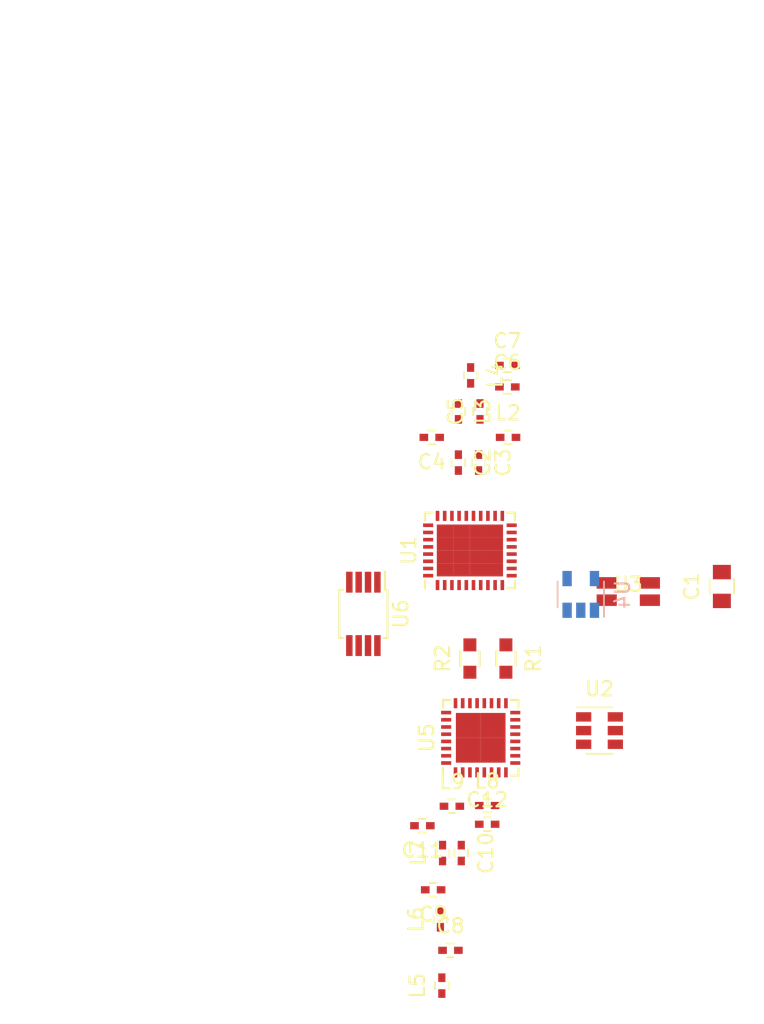
<source format=kicad_pcb>
(kicad_pcb (version 4) (host pcbnew 4.0.5-e0-6337~52~ubuntu16.10.1)

  (general
    (links 66)
    (no_connects 66)
    (area 112.150001 44.8 165.675 115.447619)
    (thickness 1.6)
    (drawings 2)
    (tracks 0)
    (zones 0)
    (modules 28)
    (nets 90)
  )

  (page A4)
  (layers
    (0 F.Cu signal)
    (31 B.Cu signal)
    (32 B.Adhes user)
    (33 F.Adhes user)
    (34 B.Paste user)
    (35 F.Paste user)
    (36 B.SilkS user)
    (37 F.SilkS user)
    (38 B.Mask user)
    (39 F.Mask user)
    (40 Dwgs.User user)
    (41 Cmts.User user)
    (42 Eco1.User user)
    (43 Eco2.User user)
    (44 Edge.Cuts user)
    (45 Margin user)
    (46 B.CrtYd user)
    (47 F.CrtYd user)
    (48 B.Fab user)
    (49 F.Fab user)
  )

  (setup
    (last_trace_width 0.25)
    (trace_clearance 0.2)
    (zone_clearance 0.508)
    (zone_45_only no)
    (trace_min 0.2)
    (segment_width 0.2)
    (edge_width 0.15)
    (via_size 0.6)
    (via_drill 0.4)
    (via_min_size 0.4)
    (via_min_drill 0.3)
    (uvia_size 0.3)
    (uvia_drill 0.1)
    (uvias_allowed no)
    (uvia_min_size 0.2)
    (uvia_min_drill 0.1)
    (pcb_text_width 0.3)
    (pcb_text_size 1.5 1.5)
    (mod_edge_width 0.15)
    (mod_text_size 1 1)
    (mod_text_width 0.15)
    (pad_size 1.524 1.524)
    (pad_drill 0.762)
    (pad_to_mask_clearance 0.2)
    (aux_axis_origin 0 0)
    (visible_elements FFFFFF7F)
    (pcbplotparams
      (layerselection 0x00030_80000001)
      (usegerberextensions false)
      (excludeedgelayer true)
      (linewidth 0.100000)
      (plotframeref false)
      (viasonmask false)
      (mode 1)
      (useauxorigin false)
      (hpglpennumber 1)
      (hpglpenspeed 20)
      (hpglpendiameter 15)
      (hpglpenoverlay 2)
      (psnegative false)
      (psa4output false)
      (plotreference true)
      (plotvalue true)
      (plotinvisibletext false)
      (padsonsilk false)
      (subtractmaskfromsilk false)
      (outputformat 1)
      (mirror false)
      (drillshape 1)
      (scaleselection 1)
      (outputdirectory ""))
  )

  (net 0 "")
  (net 1 "Net-(D1-Pad1)")
  (net 2 GNDD)
  (net 3 vbat)
  (net 4 "Net-(U1-Pad1)")
  (net 5 "Net-(U1-Pad2)")
  (net 6 "Net-(U1-Pad3)")
  (net 7 "Net-(U1-Pad4)")
  (net 8 "Net-(U1-Pad5)")
  (net 9 UARTTX)
  (net 10 UARTRX)
  (net 11 "Net-(U1-Pad9)")
  (net 12 USBDP)
  (net 13 USBDM)
  (net 14 "Net-(U1-Pad12)")
  (net 15 "Net-(U1-Pad13)")
  (net 16 "Net-(U1-Pad14)")
  (net 17 "Net-(U1-Pad17)")
  (net 18 "Net-(U1-Pad18)")
  (net 19 "Net-(U1-Pad19)")
  (net 20 "Net-(U1-Pad20)")
  (net 21 "Net-(U1-Pad21)")
  (net 22 "Net-(U1-Pad22)")
  (net 23 "Net-(U1-Pad25)")
  (net 24 "Net-(U1-Pad26)")
  (net 25 "Net-(U1-Pad27)")
  (net 26 "Net-(U1-Pad28)")
  (net 27 "Net-(U1-Pad29)")
  (net 28 "Net-(U1-Pad30)")
  (net 29 "Net-(U1-Pad31)")
  (net 30 MISO)
  (net 31 MOSI)
  (net 32 SCK)
  (net 33 MEMCS)
  (net 34 "Net-(U1-Pad36)")
  (net 35 "Net-(U1-Pad37)")
  (net 36 "Net-(U2-Pad1)")
  (net 37 "Net-(U2-Pad2)")
  (net 38 "Net-(U2-Pad3)")
  (net 39 "Net-(U2-Pad4)")
  (net 40 "Net-(L1-Pad2)")
  (net 41 "Net-(U2-Pad5)")
  (net 42 "Net-(P1-Pad3)")
  (net 43 "Net-(P1-Pad2)")
  (net 44 "Net-(U4-Pad1)")
  (net 45 "Net-(U5-Pad4)")
  (net 46 "Net-(U5-Pad5)")
  (net 47 "Net-(U5-Pad6)")
  (net 48 "Net-(U5-Pad7)")
  (net 49 "Net-(U5-Pad8)")
  (net 50 "Net-(U5-Pad9)")
  (net 51 "Net-(U5-Pad10)")
  (net 52 "Net-(U5-Pad11)")
  (net 53 "Net-(U5-Pad12)")
  (net 54 "Net-(U5-Pad13)")
  (net 55 "Net-(U5-Pad14)")
  (net 56 "Net-(U5-Pad15)")
  (net 57 "Net-(U5-Pad16)")
  (net 58 "Net-(U5-Pad17)")
  (net 59 "Net-(U5-Pad18)")
  (net 60 "Net-(U5-Pad19)")
  (net 61 "Net-(U5-Pad20)")
  (net 62 "Net-(U5-Pad21)")
  (net 63 "Net-(U5-Pad22)")
  (net 64 "Net-(U5-Pad23)")
  (net 65 "Net-(U5-Pad24)")
  (net 66 "Net-(U5-Pad25)")
  (net 67 "Net-(U5-Pad26)")
  (net 68 "Net-(U5-Pad27)")
  (net 69 "Net-(U5-Pad28)")
  (net 70 "Net-(U5-Pad29)")
  (net 71 "Net-(U5-Pad30)")
  (net 72 "Net-(U5-Pad31)")
  (net 73 "Net-(U5-Pad32)")
  (net 74 "Net-(U5-Pad33)")
  (net 75 +3V3)
  (net 76 "Net-(C2-Pad1)")
  (net 77 "Net-(C2-Pad2)")
  (net 78 "Net-(C3-Pad1)")
  (net 79 "Net-(C3-Pad2)")
  (net 80 "Net-(C5-Pad2)")
  (net 81 "Net-(AE1-Pad1)")
  (net 82 "Net-(C8-Pad1)")
  (net 83 "Net-(C10-Pad2)")
  (net 84 "Net-(C10-Pad1)")
  (net 85 "Net-(C11-Pad1)")
  (net 86 "Net-(C12-Pad1)")
  (net 87 "Net-(AE2-Pad1)")
  (net 88 DBG_DATA)
  (net 89 DBG_CLK)

  (net_class Default "This is the default net class."
    (clearance 0.2)
    (trace_width 0.25)
    (via_dia 0.6)
    (via_drill 0.4)
    (uvia_dia 0.3)
    (uvia_drill 0.1)
    (add_net +3V3)
    (add_net DBG_CLK)
    (add_net DBG_DATA)
    (add_net GNDD)
    (add_net MEMCS)
    (add_net MISO)
    (add_net MOSI)
    (add_net "Net-(AE1-Pad1)")
    (add_net "Net-(AE2-Pad1)")
    (add_net "Net-(C10-Pad1)")
    (add_net "Net-(C10-Pad2)")
    (add_net "Net-(C11-Pad1)")
    (add_net "Net-(C12-Pad1)")
    (add_net "Net-(C2-Pad1)")
    (add_net "Net-(C2-Pad2)")
    (add_net "Net-(C3-Pad1)")
    (add_net "Net-(C3-Pad2)")
    (add_net "Net-(C5-Pad2)")
    (add_net "Net-(C8-Pad1)")
    (add_net "Net-(D1-Pad1)")
    (add_net "Net-(L1-Pad2)")
    (add_net "Net-(P1-Pad2)")
    (add_net "Net-(P1-Pad3)")
    (add_net "Net-(U1-Pad1)")
    (add_net "Net-(U1-Pad12)")
    (add_net "Net-(U1-Pad13)")
    (add_net "Net-(U1-Pad14)")
    (add_net "Net-(U1-Pad17)")
    (add_net "Net-(U1-Pad18)")
    (add_net "Net-(U1-Pad19)")
    (add_net "Net-(U1-Pad2)")
    (add_net "Net-(U1-Pad20)")
    (add_net "Net-(U1-Pad21)")
    (add_net "Net-(U1-Pad22)")
    (add_net "Net-(U1-Pad25)")
    (add_net "Net-(U1-Pad26)")
    (add_net "Net-(U1-Pad27)")
    (add_net "Net-(U1-Pad28)")
    (add_net "Net-(U1-Pad29)")
    (add_net "Net-(U1-Pad3)")
    (add_net "Net-(U1-Pad30)")
    (add_net "Net-(U1-Pad31)")
    (add_net "Net-(U1-Pad36)")
    (add_net "Net-(U1-Pad37)")
    (add_net "Net-(U1-Pad4)")
    (add_net "Net-(U1-Pad5)")
    (add_net "Net-(U1-Pad9)")
    (add_net "Net-(U2-Pad1)")
    (add_net "Net-(U2-Pad2)")
    (add_net "Net-(U2-Pad3)")
    (add_net "Net-(U2-Pad4)")
    (add_net "Net-(U2-Pad5)")
    (add_net "Net-(U4-Pad1)")
    (add_net "Net-(U5-Pad10)")
    (add_net "Net-(U5-Pad11)")
    (add_net "Net-(U5-Pad12)")
    (add_net "Net-(U5-Pad13)")
    (add_net "Net-(U5-Pad14)")
    (add_net "Net-(U5-Pad15)")
    (add_net "Net-(U5-Pad16)")
    (add_net "Net-(U5-Pad17)")
    (add_net "Net-(U5-Pad18)")
    (add_net "Net-(U5-Pad19)")
    (add_net "Net-(U5-Pad20)")
    (add_net "Net-(U5-Pad21)")
    (add_net "Net-(U5-Pad22)")
    (add_net "Net-(U5-Pad23)")
    (add_net "Net-(U5-Pad24)")
    (add_net "Net-(U5-Pad25)")
    (add_net "Net-(U5-Pad26)")
    (add_net "Net-(U5-Pad27)")
    (add_net "Net-(U5-Pad28)")
    (add_net "Net-(U5-Pad29)")
    (add_net "Net-(U5-Pad30)")
    (add_net "Net-(U5-Pad31)")
    (add_net "Net-(U5-Pad32)")
    (add_net "Net-(U5-Pad33)")
    (add_net "Net-(U5-Pad4)")
    (add_net "Net-(U5-Pad5)")
    (add_net "Net-(U5-Pad6)")
    (add_net "Net-(U5-Pad7)")
    (add_net "Net-(U5-Pad8)")
    (add_net "Net-(U5-Pad9)")
    (add_net SCK)
    (add_net UARTRX)
    (add_net UARTTX)
    (add_net USBDM)
    (add_net USBDP)
    (add_net vbat)
  )

  (module Resistors_SMD_Addons:R_0603_HandSolder (layer F.Cu) (tedit 583AC727) (tstamp 587BB327)
    (at 147.5 90 270)
    (descr "Resistor SMD 0603, reflow soldering, Vishay (see dcrcw.pdf)")
    (tags "resistor 0603 hand solder")
    (path /587B8C63)
    (attr smd)
    (fp_text reference R1 (at 0 -1.9 270) (layer F.SilkS)
      (effects (font (size 1 1) (thickness 0.15)))
    )
    (fp_text value R (at 0 1.9 270) (layer F.Fab)
      (effects (font (size 1 1) (thickness 0.15)))
    )
    (fp_line (start -0.8 0.4) (end -0.8 -0.4) (layer F.Fab) (width 0.1))
    (fp_line (start 0.8 0.4) (end -0.8 0.4) (layer F.Fab) (width 0.1))
    (fp_line (start 0.8 -0.4) (end 0.8 0.4) (layer F.Fab) (width 0.1))
    (fp_line (start -0.8 -0.4) (end 0.8 -0.4) (layer F.Fab) (width 0.1))
    (fp_line (start -1.3 -0.8) (end 1.3 -0.8) (layer F.CrtYd) (width 0.05))
    (fp_line (start -1.3 0.8) (end 1.3 0.8) (layer F.CrtYd) (width 0.05))
    (fp_line (start -1.3 -0.8) (end -1.3 0.8) (layer F.CrtYd) (width 0.05))
    (fp_line (start 1.3 -0.8) (end 1.3 0.8) (layer F.CrtYd) (width 0.05))
    (fp_line (start 0.5 0.675) (end -0.5 0.675) (layer F.SilkS) (width 0.15))
    (fp_line (start -0.5 -0.675) (end 0.5 -0.675) (layer F.SilkS) (width 0.15))
    (pad 1 smd rect (at -0.95 0 270) (size 0.9 0.9) (layers F.Cu F.Paste F.Mask)
      (net 1 "Net-(D1-Pad1)"))
    (pad 2 smd rect (at 0.95 0 270) (size 0.9 0.9) (layers F.Cu F.Paste F.Mask)
      (net 2 GNDD))
    (model Resistors_SMD.3dshapes/R_0603.wrl
      (at (xyz 0 0 0))
      (scale (xyz 1 1 1))
      (rotate (xyz 0 0 0))
    )
  )

  (module Resistors_SMD_Addons:R_0603_HandSolder (layer F.Cu) (tedit 583AC727) (tstamp 587BB32D)
    (at 145 90 90)
    (descr "Resistor SMD 0603, reflow soldering, Vishay (see dcrcw.pdf)")
    (tags "resistor 0603 hand solder")
    (path /587B8BB8)
    (attr smd)
    (fp_text reference R2 (at 0 -1.9 90) (layer F.SilkS)
      (effects (font (size 1 1) (thickness 0.15)))
    )
    (fp_text value R (at 0 1.9 90) (layer F.Fab)
      (effects (font (size 1 1) (thickness 0.15)))
    )
    (fp_line (start -0.8 0.4) (end -0.8 -0.4) (layer F.Fab) (width 0.1))
    (fp_line (start 0.8 0.4) (end -0.8 0.4) (layer F.Fab) (width 0.1))
    (fp_line (start 0.8 -0.4) (end 0.8 0.4) (layer F.Fab) (width 0.1))
    (fp_line (start -0.8 -0.4) (end 0.8 -0.4) (layer F.Fab) (width 0.1))
    (fp_line (start -1.3 -0.8) (end 1.3 -0.8) (layer F.CrtYd) (width 0.05))
    (fp_line (start -1.3 0.8) (end 1.3 0.8) (layer F.CrtYd) (width 0.05))
    (fp_line (start -1.3 -0.8) (end -1.3 0.8) (layer F.CrtYd) (width 0.05))
    (fp_line (start 1.3 -0.8) (end 1.3 0.8) (layer F.CrtYd) (width 0.05))
    (fp_line (start 0.5 0.675) (end -0.5 0.675) (layer F.SilkS) (width 0.15))
    (fp_line (start -0.5 -0.675) (end 0.5 -0.675) (layer F.SilkS) (width 0.15))
    (pad 1 smd rect (at -0.95 0 90) (size 0.9 0.9) (layers F.Cu F.Paste F.Mask)
      (net 3 vbat))
    (pad 2 smd rect (at 0.95 0 90) (size 0.9 0.9) (layers F.Cu F.Paste F.Mask)
      (net 1 "Net-(D1-Pad1)"))
    (model Resistors_SMD.3dshapes/R_0603.wrl
      (at (xyz 0 0 0))
      (scale (xyz 1 1 1))
      (rotate (xyz 0 0 0))
    )
  )

  (module Housings_DFN_QFN:QFN-36-1EP_5x6mm_Pitch0.5mm (layer F.Cu) (tedit 54130A77) (tstamp 587BB365)
    (at 145 82.5 90)
    (descr "UHE Package; 36-Lead Plastic QFN (5mm x 6mm); (see Linear Technology (UHE36) QFN 05-08-1876 Rev Ø.pdf)")
    (tags "QFN 0.5")
    (path /587D06F0)
    (attr smd)
    (fp_text reference U1 (at 0 -4.25 90) (layer F.SilkS)
      (effects (font (size 1 1) (thickness 0.15)))
    )
    (fp_text value CC2511F32 (at 0 4.25 90) (layer F.Fab)
      (effects (font (size 1 1) (thickness 0.15)))
    )
    (fp_line (start -1.5 -3) (end 2.5 -3) (layer F.Fab) (width 0.15))
    (fp_line (start 2.5 -3) (end 2.5 3) (layer F.Fab) (width 0.15))
    (fp_line (start 2.5 3) (end -2.5 3) (layer F.Fab) (width 0.15))
    (fp_line (start -2.5 3) (end -2.5 -2) (layer F.Fab) (width 0.15))
    (fp_line (start -2.5 -2) (end -1.5 -3) (layer F.Fab) (width 0.15))
    (fp_line (start -3 -3.5) (end -3 3.5) (layer F.CrtYd) (width 0.05))
    (fp_line (start 3 -3.5) (end 3 3.5) (layer F.CrtYd) (width 0.05))
    (fp_line (start -3 -3.5) (end 3 -3.5) (layer F.CrtYd) (width 0.05))
    (fp_line (start -3 3.5) (end 3 3.5) (layer F.CrtYd) (width 0.05))
    (fp_line (start 2.625 -3.125) (end 2.625 -2.6) (layer F.SilkS) (width 0.15))
    (fp_line (start -2.625 3.125) (end -2.625 2.6) (layer F.SilkS) (width 0.15))
    (fp_line (start 2.625 3.125) (end 2.625 2.6) (layer F.SilkS) (width 0.15))
    (fp_line (start -2.625 -3.125) (end -2.1 -3.125) (layer F.SilkS) (width 0.15))
    (fp_line (start -2.625 3.125) (end -2.1 3.125) (layer F.SilkS) (width 0.15))
    (fp_line (start 2.625 3.125) (end 2.1 3.125) (layer F.SilkS) (width 0.15))
    (fp_line (start 2.625 -3.125) (end 2.1 -3.125) (layer F.SilkS) (width 0.15))
    (pad 1 smd rect (at -2.4 -2.25 90) (size 0.7 0.25) (layers F.Cu F.Paste F.Mask)
      (net 4 "Net-(U1-Pad1)"))
    (pad 2 smd rect (at -2.4 -1.75 90) (size 0.7 0.25) (layers F.Cu F.Paste F.Mask)
      (net 5 "Net-(U1-Pad2)"))
    (pad 3 smd rect (at -2.4 -1.25 90) (size 0.7 0.25) (layers F.Cu F.Paste F.Mask)
      (net 6 "Net-(U1-Pad3)"))
    (pad 4 smd rect (at -2.4 -0.75 90) (size 0.7 0.25) (layers F.Cu F.Paste F.Mask)
      (net 7 "Net-(U1-Pad4)"))
    (pad 5 smd rect (at -2.4 -0.25 90) (size 0.7 0.25) (layers F.Cu F.Paste F.Mask)
      (net 8 "Net-(U1-Pad5)"))
    (pad 6 smd rect (at -2.4 0.25 90) (size 0.7 0.25) (layers F.Cu F.Paste F.Mask)
      (net 1 "Net-(D1-Pad1)"))
    (pad 7 smd rect (at -2.4 0.75 90) (size 0.7 0.25) (layers F.Cu F.Paste F.Mask)
      (net 9 UARTTX))
    (pad 8 smd rect (at -2.4 1.25 90) (size 0.7 0.25) (layers F.Cu F.Paste F.Mask)
      (net 10 UARTRX))
    (pad 9 smd rect (at -2.4 1.75 90) (size 0.7 0.25) (layers F.Cu F.Paste F.Mask)
      (net 11 "Net-(U1-Pad9)"))
    (pad 10 smd rect (at -2.4 2.25 90) (size 0.7 0.25) (layers F.Cu F.Paste F.Mask)
      (net 12 USBDP))
    (pad 11 smd rect (at -1.75 2.9 180) (size 0.7 0.25) (layers F.Cu F.Paste F.Mask)
      (net 13 USBDM))
    (pad 12 smd rect (at -1.25 2.9 180) (size 0.7 0.25) (layers F.Cu F.Paste F.Mask)
      (net 14 "Net-(U1-Pad12)"))
    (pad 13 smd rect (at -0.75 2.9 180) (size 0.7 0.25) (layers F.Cu F.Paste F.Mask)
      (net 15 "Net-(U1-Pad13)"))
    (pad 14 smd rect (at -0.25 2.9 180) (size 0.7 0.25) (layers F.Cu F.Paste F.Mask)
      (net 16 "Net-(U1-Pad14)"))
    (pad 15 smd rect (at 0.25 2.9 180) (size 0.7 0.25) (layers F.Cu F.Paste F.Mask)
      (net 88 DBG_DATA))
    (pad 16 smd rect (at 0.75 2.9 180) (size 0.7 0.25) (layers F.Cu F.Paste F.Mask)
      (net 89 DBG_CLK))
    (pad 17 smd rect (at 1.25 2.9 180) (size 0.7 0.25) (layers F.Cu F.Paste F.Mask)
      (net 17 "Net-(U1-Pad17)"))
    (pad 18 smd rect (at 1.75 2.9 180) (size 0.7 0.25) (layers F.Cu F.Paste F.Mask)
      (net 18 "Net-(U1-Pad18)"))
    (pad 19 smd rect (at 2.4 2.25 90) (size 0.7 0.25) (layers F.Cu F.Paste F.Mask)
      (net 19 "Net-(U1-Pad19)"))
    (pad 20 smd rect (at 2.4 1.75 90) (size 0.7 0.25) (layers F.Cu F.Paste F.Mask)
      (net 20 "Net-(U1-Pad20)"))
    (pad 21 smd rect (at 2.4 1.25 90) (size 0.7 0.25) (layers F.Cu F.Paste F.Mask)
      (net 21 "Net-(U1-Pad21)"))
    (pad 22 smd rect (at 2.4 0.75 90) (size 0.7 0.25) (layers F.Cu F.Paste F.Mask)
      (net 22 "Net-(U1-Pad22)"))
    (pad 23 smd rect (at 2.4 0.25 90) (size 0.7 0.25) (layers F.Cu F.Paste F.Mask)
      (net 79 "Net-(C3-Pad2)"))
    (pad 24 smd rect (at 2.4 -0.25 90) (size 0.7 0.25) (layers F.Cu F.Paste F.Mask)
      (net 77 "Net-(C2-Pad2)"))
    (pad 25 smd rect (at 2.4 -0.75 90) (size 0.7 0.25) (layers F.Cu F.Paste F.Mask)
      (net 23 "Net-(U1-Pad25)"))
    (pad 26 smd rect (at 2.4 -1.25 90) (size 0.7 0.25) (layers F.Cu F.Paste F.Mask)
      (net 24 "Net-(U1-Pad26)"))
    (pad 27 smd rect (at 2.4 -1.75 90) (size 0.7 0.25) (layers F.Cu F.Paste F.Mask)
      (net 25 "Net-(U1-Pad27)"))
    (pad 28 smd rect (at 2.4 -2.25 90) (size 0.7 0.25) (layers F.Cu F.Paste F.Mask)
      (net 26 "Net-(U1-Pad28)"))
    (pad 29 smd rect (at 1.75 -2.9 180) (size 0.7 0.25) (layers F.Cu F.Paste F.Mask)
      (net 27 "Net-(U1-Pad29)"))
    (pad 30 smd rect (at 1.25 -2.9 180) (size 0.7 0.25) (layers F.Cu F.Paste F.Mask)
      (net 28 "Net-(U1-Pad30)"))
    (pad 31 smd rect (at 0.75 -2.9 180) (size 0.7 0.25) (layers F.Cu F.Paste F.Mask)
      (net 29 "Net-(U1-Pad31)"))
    (pad 32 smd rect (at 0.25 -2.9 180) (size 0.7 0.25) (layers F.Cu F.Paste F.Mask)
      (net 30 MISO))
    (pad 33 smd rect (at -0.25 -2.9 180) (size 0.7 0.25) (layers F.Cu F.Paste F.Mask)
      (net 31 MOSI))
    (pad 34 smd rect (at -0.75 -2.9 180) (size 0.7 0.25) (layers F.Cu F.Paste F.Mask)
      (net 32 SCK))
    (pad 35 smd rect (at -1.25 -2.9 180) (size 0.7 0.25) (layers F.Cu F.Paste F.Mask)
      (net 33 MEMCS))
    (pad 36 smd rect (at -1.75 -2.9 180) (size 0.7 0.25) (layers F.Cu F.Paste F.Mask)
      (net 34 "Net-(U1-Pad36)"))
    (pad 37 smd rect (at 1.35 1.725 90) (size 0.9 1.15) (layers F.Cu F.Paste F.Mask)
      (net 35 "Net-(U1-Pad37)") (solder_paste_margin_ratio -0.2))
    (pad 37 smd rect (at 1.35 0.575 90) (size 0.9 1.15) (layers F.Cu F.Paste F.Mask)
      (net 35 "Net-(U1-Pad37)") (solder_paste_margin_ratio -0.2))
    (pad 37 smd rect (at 1.35 -0.575 90) (size 0.9 1.15) (layers F.Cu F.Paste F.Mask)
      (net 35 "Net-(U1-Pad37)") (solder_paste_margin_ratio -0.2))
    (pad 37 smd rect (at 1.35 -1.725 90) (size 0.9 1.15) (layers F.Cu F.Paste F.Mask)
      (net 35 "Net-(U1-Pad37)") (solder_paste_margin_ratio -0.2))
    (pad 37 smd rect (at 0.45 1.725 90) (size 0.9 1.15) (layers F.Cu F.Paste F.Mask)
      (net 35 "Net-(U1-Pad37)") (solder_paste_margin_ratio -0.2))
    (pad 37 smd rect (at 0.45 0.575 90) (size 0.9 1.15) (layers F.Cu F.Paste F.Mask)
      (net 35 "Net-(U1-Pad37)") (solder_paste_margin_ratio -0.2))
    (pad 37 smd rect (at 0.45 -0.575 90) (size 0.9 1.15) (layers F.Cu F.Paste F.Mask)
      (net 35 "Net-(U1-Pad37)") (solder_paste_margin_ratio -0.2))
    (pad 37 smd rect (at 0.45 -1.725 90) (size 0.9 1.15) (layers F.Cu F.Paste F.Mask)
      (net 35 "Net-(U1-Pad37)") (solder_paste_margin_ratio -0.2))
    (pad 37 smd rect (at -0.45 1.725 90) (size 0.9 1.15) (layers F.Cu F.Paste F.Mask)
      (net 35 "Net-(U1-Pad37)") (solder_paste_margin_ratio -0.2))
    (pad 37 smd rect (at -0.45 0.575 90) (size 0.9 1.15) (layers F.Cu F.Paste F.Mask)
      (net 35 "Net-(U1-Pad37)") (solder_paste_margin_ratio -0.2))
    (pad 37 smd rect (at -0.45 -0.575 90) (size 0.9 1.15) (layers F.Cu F.Paste F.Mask)
      (net 35 "Net-(U1-Pad37)") (solder_paste_margin_ratio -0.2))
    (pad 37 smd rect (at -0.45 -1.725 90) (size 0.9 1.15) (layers F.Cu F.Paste F.Mask)
      (net 35 "Net-(U1-Pad37)") (solder_paste_margin_ratio -0.2))
    (pad 37 smd rect (at -1.35 1.725 90) (size 0.9 1.15) (layers F.Cu F.Paste F.Mask)
      (net 35 "Net-(U1-Pad37)") (solder_paste_margin_ratio -0.2))
    (pad 37 smd rect (at -1.35 0.575 90) (size 0.9 1.15) (layers F.Cu F.Paste F.Mask)
      (net 35 "Net-(U1-Pad37)") (solder_paste_margin_ratio -0.2))
    (pad 37 smd rect (at -1.35 -0.575 90) (size 0.9 1.15) (layers F.Cu F.Paste F.Mask)
      (net 35 "Net-(U1-Pad37)") (solder_paste_margin_ratio -0.2))
    (pad 37 smd rect (at -1.35 -1.725 90) (size 0.9 1.15) (layers F.Cu F.Paste F.Mask)
      (net 35 "Net-(U1-Pad37)") (solder_paste_margin_ratio -0.2))
    (model Housings_DFN_QFN.3dshapes/QFN-36-1EP_5x6mm_Pitch0.5mm.wrl
      (at (xyz 0 0 0))
      (scale (xyz 1 1 1))
      (rotate (xyz 0 0 0))
    )
  )

  (module TO_SOT_Packages_SMD:SOT-23-6 (layer F.Cu) (tedit 583F3A97) (tstamp 587BB36F)
    (at 154 95)
    (descr "6-pin SOT-23 package")
    (tags SOT-23-6)
    (path /587D090F)
    (attr smd)
    (fp_text reference U2 (at 0 -2.9) (layer F.SilkS)
      (effects (font (size 1 1) (thickness 0.15)))
    )
    (fp_text value BQ21040 (at 0 2.9) (layer F.Fab)
      (effects (font (size 1 1) (thickness 0.15)))
    )
    (fp_line (start -0.9 1.61) (end 0.9 1.61) (layer F.SilkS) (width 0.12))
    (fp_line (start 0.9 -1.61) (end -1.55 -1.61) (layer F.SilkS) (width 0.12))
    (fp_line (start 1.9 -1.8) (end -1.9 -1.8) (layer F.CrtYd) (width 0.05))
    (fp_line (start 1.9 1.8) (end 1.9 -1.8) (layer F.CrtYd) (width 0.05))
    (fp_line (start -1.9 1.8) (end 1.9 1.8) (layer F.CrtYd) (width 0.05))
    (fp_line (start -1.9 -1.8) (end -1.9 1.8) (layer F.CrtYd) (width 0.05))
    (fp_line (start 0.9 -1.55) (end -0.9 -1.55) (layer F.Fab) (width 0.15))
    (fp_line (start -0.9 -1.55) (end -0.9 1.55) (layer F.Fab) (width 0.15))
    (fp_line (start 0.9 1.55) (end -0.9 1.55) (layer F.Fab) (width 0.15))
    (fp_line (start 0.9 -1.55) (end 0.9 1.55) (layer F.Fab) (width 0.15))
    (pad 1 smd rect (at -1.1 -0.95) (size 1.06 0.65) (layers F.Cu F.Paste F.Mask)
      (net 36 "Net-(U2-Pad1)"))
    (pad 2 smd rect (at -1.1 0) (size 1.06 0.65) (layers F.Cu F.Paste F.Mask)
      (net 37 "Net-(U2-Pad2)"))
    (pad 3 smd rect (at -1.1 0.95) (size 1.06 0.65) (layers F.Cu F.Paste F.Mask)
      (net 38 "Net-(U2-Pad3)"))
    (pad 4 smd rect (at 1.1 0.95) (size 1.06 0.65) (layers F.Cu F.Paste F.Mask)
      (net 39 "Net-(U2-Pad4)"))
    (pad 6 smd rect (at 1.1 -0.95) (size 1.06 0.65) (layers F.Cu F.Paste F.Mask)
      (net 40 "Net-(L1-Pad2)"))
    (pad 5 smd rect (at 1.1 0) (size 1.06 0.65) (layers F.Cu F.Paste F.Mask)
      (net 41 "Net-(U2-Pad5)"))
    (model TO_SOT_Packages_SMD.3dshapes/SOT-23-6.wrl
      (at (xyz 0 0 0))
      (scale (xyz 1 1 1))
      (rotate (xyz 0 0 0))
    )
  )

  (module SMD-CMC-Wuerth:CMC-SMD-Wuerth (layer F.Cu) (tedit 56D44C6B) (tstamp 587BB377)
    (at 156 85.35 180)
    (path /587D0B18)
    (fp_text reference U3 (at 0 0.5 180) (layer F.SilkS)
      (effects (font (size 1 1) (thickness 0.15)))
    )
    (fp_text value USB-CMC-Wuerth (at 0 -0.5 180) (layer F.Fab)
      (effects (font (size 1 1) (thickness 0.15)))
    )
    (pad 2 smd rect (at 1.5 0.6 180) (size 1.4 0.8) (layers F.Cu F.Paste F.Mask)
      (net 13 USBDM))
    (pad 4 smd rect (at -1.5 -0.6 180) (size 1.4 0.8) (layers F.Cu F.Paste F.Mask)
      (net 42 "Net-(P1-Pad3)"))
    (pad 3 smd rect (at 1.5 -0.6 180) (size 1.4 0.8) (layers F.Cu F.Paste F.Mask)
      (net 12 USBDP))
    (pad 1 smd rect (at -1.5 0.6 180) (size 1.4 0.8) (layers F.Cu F.Paste F.Mask)
      (net 43 "Net-(P1-Pad2)"))
  )

  (module TO_SOT_Packages_SMD:SOT-23-5 (layer B.Cu) (tedit 583F3A3F) (tstamp 587BB380)
    (at 152.7 85.55 90)
    (descr "5-pin SOT23 package")
    (tags SOT-23-5)
    (path /587D0D89)
    (attr smd)
    (fp_text reference U4 (at 0 2.9 90) (layer B.SilkS)
      (effects (font (size 1 1) (thickness 0.15)) (justify mirror))
    )
    (fp_text value TVS-ARRAY-SOT5 (at 0 -2.9 90) (layer B.Fab)
      (effects (font (size 1 1) (thickness 0.15)) (justify mirror))
    )
    (fp_line (start -0.9 -1.61) (end 0.9 -1.61) (layer B.SilkS) (width 0.12))
    (fp_line (start 0.9 1.61) (end -1.55 1.61) (layer B.SilkS) (width 0.12))
    (fp_line (start -1.9 1.8) (end 1.9 1.8) (layer B.CrtYd) (width 0.05))
    (fp_line (start 1.9 1.8) (end 1.9 -1.8) (layer B.CrtYd) (width 0.05))
    (fp_line (start 1.9 -1.8) (end -1.9 -1.8) (layer B.CrtYd) (width 0.05))
    (fp_line (start -1.9 -1.8) (end -1.9 1.8) (layer B.CrtYd) (width 0.05))
    (fp_line (start 0.9 1.55) (end -0.9 1.55) (layer B.Fab) (width 0.15))
    (fp_line (start -0.9 1.55) (end -0.9 -1.55) (layer B.Fab) (width 0.15))
    (fp_line (start 0.9 -1.55) (end -0.9 -1.55) (layer B.Fab) (width 0.15))
    (fp_line (start 0.9 1.55) (end 0.9 -1.55) (layer B.Fab) (width 0.15))
    (pad 1 smd rect (at -1.1 0.95 90) (size 1.06 0.65) (layers B.Cu B.Paste B.Mask)
      (net 44 "Net-(U4-Pad1)"))
    (pad 2 smd rect (at -1.1 0 90) (size 1.06 0.65) (layers B.Cu B.Paste B.Mask)
      (net 2 GNDD))
    (pad 3 smd rect (at -1.1 -0.95 90) (size 1.06 0.65) (layers B.Cu B.Paste B.Mask)
      (net 12 USBDP))
    (pad 4 smd rect (at 1.1 -0.95 90) (size 1.06 0.65) (layers B.Cu B.Paste B.Mask)
      (net 13 USBDM))
    (pad 5 smd rect (at 1.1 0.95 90) (size 1.06 0.65) (layers B.Cu B.Paste B.Mask)
      (net 40 "Net-(L1-Pad2)"))
    (model TO_SOT_Packages_SMD.3dshapes/SOT-23-5.wrl
      (at (xyz 0 0 0))
      (scale (xyz 1 1 1))
      (rotate (xyz 0 0 0))
    )
  )

  (module Housings_DFN_QFN:QFN-32-1EP_5x5mm_Pitch0.5mm (layer F.Cu) (tedit 54130A77) (tstamp 587BB3A8)
    (at 145.75 95.5 90)
    (descr "UH Package; 32-Lead Plastic QFN (5mm x 5mm); (see Linear Technology QFN_32_05-08-1693.pdf)")
    (tags "QFN 0.5")
    (path /587D0814)
    (attr smd)
    (fp_text reference U5 (at 0 -3.75 90) (layer F.SilkS)
      (effects (font (size 1 1) (thickness 0.15)))
    )
    (fp_text value CC2640_32PIN (at 0 3.75 90) (layer F.Fab)
      (effects (font (size 1 1) (thickness 0.15)))
    )
    (fp_line (start -1.5 -2.5) (end 2.5 -2.5) (layer F.Fab) (width 0.15))
    (fp_line (start 2.5 -2.5) (end 2.5 2.5) (layer F.Fab) (width 0.15))
    (fp_line (start 2.5 2.5) (end -2.5 2.5) (layer F.Fab) (width 0.15))
    (fp_line (start -2.5 2.5) (end -2.5 -1.5) (layer F.Fab) (width 0.15))
    (fp_line (start -2.5 -1.5) (end -1.5 -2.5) (layer F.Fab) (width 0.15))
    (fp_line (start -3 -3) (end -3 3) (layer F.CrtYd) (width 0.05))
    (fp_line (start 3 -3) (end 3 3) (layer F.CrtYd) (width 0.05))
    (fp_line (start -3 -3) (end 3 -3) (layer F.CrtYd) (width 0.05))
    (fp_line (start -3 3) (end 3 3) (layer F.CrtYd) (width 0.05))
    (fp_line (start 2.625 -2.625) (end 2.625 -2.1) (layer F.SilkS) (width 0.15))
    (fp_line (start -2.625 2.625) (end -2.625 2.1) (layer F.SilkS) (width 0.15))
    (fp_line (start 2.625 2.625) (end 2.625 2.1) (layer F.SilkS) (width 0.15))
    (fp_line (start -2.625 -2.625) (end -2.1 -2.625) (layer F.SilkS) (width 0.15))
    (fp_line (start -2.625 2.625) (end -2.1 2.625) (layer F.SilkS) (width 0.15))
    (fp_line (start 2.625 2.625) (end 2.1 2.625) (layer F.SilkS) (width 0.15))
    (fp_line (start 2.625 -2.625) (end 2.1 -2.625) (layer F.SilkS) (width 0.15))
    (pad 1 smd rect (at -2.4 -1.75 90) (size 0.7 0.25) (layers F.Cu F.Paste F.Mask)
      (net 85 "Net-(C11-Pad1)"))
    (pad 2 smd rect (at -2.4 -1.25 90) (size 0.7 0.25) (layers F.Cu F.Paste F.Mask)
      (net 84 "Net-(C10-Pad1)"))
    (pad 3 smd rect (at -2.4 -0.75 90) (size 0.7 0.25) (layers F.Cu F.Paste F.Mask)
      (net 86 "Net-(C12-Pad1)"))
    (pad 4 smd rect (at -2.4 -0.25 90) (size 0.7 0.25) (layers F.Cu F.Paste F.Mask)
      (net 45 "Net-(U5-Pad4)"))
    (pad 5 smd rect (at -2.4 0.25 90) (size 0.7 0.25) (layers F.Cu F.Paste F.Mask)
      (net 46 "Net-(U5-Pad5)"))
    (pad 6 smd rect (at -2.4 0.75 90) (size 0.7 0.25) (layers F.Cu F.Paste F.Mask)
      (net 47 "Net-(U5-Pad6)"))
    (pad 7 smd rect (at -2.4 1.25 90) (size 0.7 0.25) (layers F.Cu F.Paste F.Mask)
      (net 48 "Net-(U5-Pad7)"))
    (pad 8 smd rect (at -2.4 1.75 90) (size 0.7 0.25) (layers F.Cu F.Paste F.Mask)
      (net 49 "Net-(U5-Pad8)"))
    (pad 9 smd rect (at -1.75 2.4 180) (size 0.7 0.25) (layers F.Cu F.Paste F.Mask)
      (net 50 "Net-(U5-Pad9)"))
    (pad 10 smd rect (at -1.25 2.4 180) (size 0.7 0.25) (layers F.Cu F.Paste F.Mask)
      (net 51 "Net-(U5-Pad10)"))
    (pad 11 smd rect (at -0.75 2.4 180) (size 0.7 0.25) (layers F.Cu F.Paste F.Mask)
      (net 52 "Net-(U5-Pad11)"))
    (pad 12 smd rect (at -0.25 2.4 180) (size 0.7 0.25) (layers F.Cu F.Paste F.Mask)
      (net 53 "Net-(U5-Pad12)"))
    (pad 13 smd rect (at 0.25 2.4 180) (size 0.7 0.25) (layers F.Cu F.Paste F.Mask)
      (net 54 "Net-(U5-Pad13)"))
    (pad 14 smd rect (at 0.75 2.4 180) (size 0.7 0.25) (layers F.Cu F.Paste F.Mask)
      (net 55 "Net-(U5-Pad14)"))
    (pad 15 smd rect (at 1.25 2.4 180) (size 0.7 0.25) (layers F.Cu F.Paste F.Mask)
      (net 56 "Net-(U5-Pad15)"))
    (pad 16 smd rect (at 1.75 2.4 180) (size 0.7 0.25) (layers F.Cu F.Paste F.Mask)
      (net 57 "Net-(U5-Pad16)"))
    (pad 17 smd rect (at 2.4 1.75 90) (size 0.7 0.25) (layers F.Cu F.Paste F.Mask)
      (net 58 "Net-(U5-Pad17)"))
    (pad 18 smd rect (at 2.4 1.25 90) (size 0.7 0.25) (layers F.Cu F.Paste F.Mask)
      (net 59 "Net-(U5-Pad18)"))
    (pad 19 smd rect (at 2.4 0.75 90) (size 0.7 0.25) (layers F.Cu F.Paste F.Mask)
      (net 60 "Net-(U5-Pad19)"))
    (pad 20 smd rect (at 2.4 0.25 90) (size 0.7 0.25) (layers F.Cu F.Paste F.Mask)
      (net 61 "Net-(U5-Pad20)"))
    (pad 21 smd rect (at 2.4 -0.25 90) (size 0.7 0.25) (layers F.Cu F.Paste F.Mask)
      (net 62 "Net-(U5-Pad21)"))
    (pad 22 smd rect (at 2.4 -0.75 90) (size 0.7 0.25) (layers F.Cu F.Paste F.Mask)
      (net 63 "Net-(U5-Pad22)"))
    (pad 23 smd rect (at 2.4 -1.25 90) (size 0.7 0.25) (layers F.Cu F.Paste F.Mask)
      (net 64 "Net-(U5-Pad23)"))
    (pad 24 smd rect (at 2.4 -1.75 90) (size 0.7 0.25) (layers F.Cu F.Paste F.Mask)
      (net 65 "Net-(U5-Pad24)"))
    (pad 25 smd rect (at 1.75 -2.4 180) (size 0.7 0.25) (layers F.Cu F.Paste F.Mask)
      (net 66 "Net-(U5-Pad25)"))
    (pad 26 smd rect (at 1.25 -2.4 180) (size 0.7 0.25) (layers F.Cu F.Paste F.Mask)
      (net 67 "Net-(U5-Pad26)"))
    (pad 27 smd rect (at 0.75 -2.4 180) (size 0.7 0.25) (layers F.Cu F.Paste F.Mask)
      (net 68 "Net-(U5-Pad27)"))
    (pad 28 smd rect (at 0.25 -2.4 180) (size 0.7 0.25) (layers F.Cu F.Paste F.Mask)
      (net 69 "Net-(U5-Pad28)"))
    (pad 29 smd rect (at -0.25 -2.4 180) (size 0.7 0.25) (layers F.Cu F.Paste F.Mask)
      (net 70 "Net-(U5-Pad29)"))
    (pad 30 smd rect (at -0.75 -2.4 180) (size 0.7 0.25) (layers F.Cu F.Paste F.Mask)
      (net 71 "Net-(U5-Pad30)"))
    (pad 31 smd rect (at -1.25 -2.4 180) (size 0.7 0.25) (layers F.Cu F.Paste F.Mask)
      (net 72 "Net-(U5-Pad31)"))
    (pad 32 smd rect (at -1.75 -2.4 180) (size 0.7 0.25) (layers F.Cu F.Paste F.Mask)
      (net 73 "Net-(U5-Pad32)"))
    (pad 33 smd rect (at 0.8625 0.8625 90) (size 1.725 1.725) (layers F.Cu F.Paste F.Mask)
      (net 74 "Net-(U5-Pad33)") (solder_paste_margin_ratio -0.2))
    (pad 33 smd rect (at 0.8625 -0.8625 90) (size 1.725 1.725) (layers F.Cu F.Paste F.Mask)
      (net 74 "Net-(U5-Pad33)") (solder_paste_margin_ratio -0.2))
    (pad 33 smd rect (at -0.8625 0.8625 90) (size 1.725 1.725) (layers F.Cu F.Paste F.Mask)
      (net 74 "Net-(U5-Pad33)") (solder_paste_margin_ratio -0.2))
    (pad 33 smd rect (at -0.8625 -0.8625 90) (size 1.725 1.725) (layers F.Cu F.Paste F.Mask)
      (net 74 "Net-(U5-Pad33)") (solder_paste_margin_ratio -0.2))
    (model Housings_DFN_QFN.3dshapes/QFN-32-1EP_5x5mm_Pitch0.5mm.wrl
      (at (xyz 0 0 0))
      (scale (xyz 1 1 1))
      (rotate (xyz 0 0 0))
    )
  )

  (module Housings_SSOP:MSOP-8_3x3mm_Pitch0.65mm (layer F.Cu) (tedit 54130A77) (tstamp 587BB3B4)
    (at 137.6 86.9 270)
    (descr "8-Lead Plastic Micro Small Outline Package (MS) [MSOP] (see Microchip Packaging Specification 00000049BS.pdf)")
    (tags "SSOP 0.65")
    (path /587B83DA)
    (attr smd)
    (fp_text reference U6 (at 0 -2.6 270) (layer F.SilkS)
      (effects (font (size 1 1) (thickness 0.15)))
    )
    (fp_text value MB85RS16N (at 0 2.6 270) (layer F.Fab)
      (effects (font (size 1 1) (thickness 0.15)))
    )
    (fp_line (start -0.5 -1.5) (end 1.5 -1.5) (layer F.Fab) (width 0.15))
    (fp_line (start 1.5 -1.5) (end 1.5 1.5) (layer F.Fab) (width 0.15))
    (fp_line (start 1.5 1.5) (end -1.5 1.5) (layer F.Fab) (width 0.15))
    (fp_line (start -1.5 1.5) (end -1.5 -0.5) (layer F.Fab) (width 0.15))
    (fp_line (start -1.5 -0.5) (end -0.5 -1.5) (layer F.Fab) (width 0.15))
    (fp_line (start -3.2 -1.85) (end -3.2 1.85) (layer F.CrtYd) (width 0.05))
    (fp_line (start 3.2 -1.85) (end 3.2 1.85) (layer F.CrtYd) (width 0.05))
    (fp_line (start -3.2 -1.85) (end 3.2 -1.85) (layer F.CrtYd) (width 0.05))
    (fp_line (start -3.2 1.85) (end 3.2 1.85) (layer F.CrtYd) (width 0.05))
    (fp_line (start -1.675 -1.675) (end -1.675 -1.5) (layer F.SilkS) (width 0.15))
    (fp_line (start 1.675 -1.675) (end 1.675 -1.425) (layer F.SilkS) (width 0.15))
    (fp_line (start 1.675 1.675) (end 1.675 1.425) (layer F.SilkS) (width 0.15))
    (fp_line (start -1.675 1.675) (end -1.675 1.425) (layer F.SilkS) (width 0.15))
    (fp_line (start -1.675 -1.675) (end 1.675 -1.675) (layer F.SilkS) (width 0.15))
    (fp_line (start -1.675 1.675) (end 1.675 1.675) (layer F.SilkS) (width 0.15))
    (fp_line (start -1.675 -1.5) (end -2.925 -1.5) (layer F.SilkS) (width 0.15))
    (pad 1 smd rect (at -2.2 -0.975 270) (size 1.45 0.45) (layers F.Cu F.Paste F.Mask)
      (net 33 MEMCS))
    (pad 2 smd rect (at -2.2 -0.325 270) (size 1.45 0.45) (layers F.Cu F.Paste F.Mask)
      (net 30 MISO))
    (pad 3 smd rect (at -2.2 0.325 270) (size 1.45 0.45) (layers F.Cu F.Paste F.Mask)
      (net 75 +3V3))
    (pad 4 smd rect (at -2.2 0.975 270) (size 1.45 0.45) (layers F.Cu F.Paste F.Mask)
      (net 2 GNDD))
    (pad 5 smd rect (at 2.2 0.975 270) (size 1.45 0.45) (layers F.Cu F.Paste F.Mask)
      (net 31 MOSI))
    (pad 6 smd rect (at 2.2 0.325 270) (size 1.45 0.45) (layers F.Cu F.Paste F.Mask)
      (net 32 SCK))
    (pad 7 smd rect (at 2.2 -0.325 270) (size 1.45 0.45) (layers F.Cu F.Paste F.Mask)
      (net 75 +3V3))
    (pad 8 smd rect (at 2.2 -0.975 270) (size 1.45 0.45) (layers F.Cu F.Paste F.Mask)
      (net 75 +3V3))
    (model Housings_SSOP.3dshapes/MSOP-8_3x3mm_Pitch0.65mm.wrl
      (at (xyz 0 0 0))
      (scale (xyz 1 1 1))
      (rotate (xyz 0 0 0))
    )
  )

  (module Capacitors_SMD:C_0805 (layer F.Cu) (tedit 5415D6EA) (tstamp 587BFC8B)
    (at 162.5 85 90)
    (descr "Capacitor SMD 0805, reflow soldering, AVX (see smccp.pdf)")
    (tags "capacitor 0805")
    (path /587B8A10)
    (attr smd)
    (fp_text reference C1 (at 0 -2.1 90) (layer F.SilkS)
      (effects (font (size 1 1) (thickness 0.15)))
    )
    (fp_text value 100nF (at 0 2.1 90) (layer F.Fab)
      (effects (font (size 1 1) (thickness 0.15)))
    )
    (fp_line (start -1 0.625) (end -1 -0.625) (layer F.Fab) (width 0.1))
    (fp_line (start 1 0.625) (end -1 0.625) (layer F.Fab) (width 0.1))
    (fp_line (start 1 -0.625) (end 1 0.625) (layer F.Fab) (width 0.1))
    (fp_line (start -1 -0.625) (end 1 -0.625) (layer F.Fab) (width 0.1))
    (fp_line (start -1.8 -1) (end 1.8 -1) (layer F.CrtYd) (width 0.05))
    (fp_line (start -1.8 1) (end 1.8 1) (layer F.CrtYd) (width 0.05))
    (fp_line (start -1.8 -1) (end -1.8 1) (layer F.CrtYd) (width 0.05))
    (fp_line (start 1.8 -1) (end 1.8 1) (layer F.CrtYd) (width 0.05))
    (fp_line (start 0.5 -0.85) (end -0.5 -0.85) (layer F.SilkS) (width 0.12))
    (fp_line (start -0.5 0.85) (end 0.5 0.85) (layer F.SilkS) (width 0.12))
    (pad 1 smd rect (at -1 0 90) (size 1 1.25) (layers F.Cu F.Paste F.Mask)
      (net 2 GNDD))
    (pad 2 smd rect (at 1 0 90) (size 1 1.25) (layers F.Cu F.Paste F.Mask)
      (net 75 +3V3))
    (model Capacitors_SMD.3dshapes/C_0805.wrl
      (at (xyz 0 0 0))
      (scale (xyz 1 1 1))
      (rotate (xyz 0 0 0))
    )
  )

  (module Capacitors_SMD:C_0402 (layer F.Cu) (tedit 5415D599) (tstamp 587BFC91)
    (at 144.2 76.4 270)
    (descr "Capacitor SMD 0402, reflow soldering, AVX (see smccp.pdf)")
    (tags "capacitor 0402")
    (path /587BFD42)
    (attr smd)
    (fp_text reference C2 (at 0 -1.7 270) (layer F.SilkS)
      (effects (font (size 1 1) (thickness 0.15)))
    )
    (fp_text value 100pF (at 0 1.7 270) (layer F.Fab)
      (effects (font (size 1 1) (thickness 0.15)))
    )
    (fp_line (start -0.5 0.25) (end -0.5 -0.25) (layer F.Fab) (width 0.1))
    (fp_line (start 0.5 0.25) (end -0.5 0.25) (layer F.Fab) (width 0.1))
    (fp_line (start 0.5 -0.25) (end 0.5 0.25) (layer F.Fab) (width 0.1))
    (fp_line (start -0.5 -0.25) (end 0.5 -0.25) (layer F.Fab) (width 0.1))
    (fp_line (start -1.15 -0.6) (end 1.15 -0.6) (layer F.CrtYd) (width 0.05))
    (fp_line (start -1.15 0.6) (end 1.15 0.6) (layer F.CrtYd) (width 0.05))
    (fp_line (start -1.15 -0.6) (end -1.15 0.6) (layer F.CrtYd) (width 0.05))
    (fp_line (start 1.15 -0.6) (end 1.15 0.6) (layer F.CrtYd) (width 0.05))
    (fp_line (start 0.25 -0.475) (end -0.25 -0.475) (layer F.SilkS) (width 0.12))
    (fp_line (start -0.25 0.475) (end 0.25 0.475) (layer F.SilkS) (width 0.12))
    (pad 1 smd rect (at -0.55 0 270) (size 0.6 0.5) (layers F.Cu F.Paste F.Mask)
      (net 76 "Net-(C2-Pad1)"))
    (pad 2 smd rect (at 0.55 0 270) (size 0.6 0.5) (layers F.Cu F.Paste F.Mask)
      (net 77 "Net-(C2-Pad2)"))
    (model Capacitors_SMD.3dshapes/C_0402.wrl
      (at (xyz 0 0 0))
      (scale (xyz 1 1 1))
      (rotate (xyz 0 0 0))
    )
  )

  (module Capacitors_SMD:C_0402 (layer F.Cu) (tedit 5415D599) (tstamp 587BFC97)
    (at 145.6 76.4 270)
    (descr "Capacitor SMD 0402, reflow soldering, AVX (see smccp.pdf)")
    (tags "capacitor 0402")
    (path /587BFDA6)
    (attr smd)
    (fp_text reference C3 (at 0 -1.7 270) (layer F.SilkS)
      (effects (font (size 1 1) (thickness 0.15)))
    )
    (fp_text value 100pF (at 0 1.7 270) (layer F.Fab)
      (effects (font (size 1 1) (thickness 0.15)))
    )
    (fp_line (start -0.5 0.25) (end -0.5 -0.25) (layer F.Fab) (width 0.1))
    (fp_line (start 0.5 0.25) (end -0.5 0.25) (layer F.Fab) (width 0.1))
    (fp_line (start 0.5 -0.25) (end 0.5 0.25) (layer F.Fab) (width 0.1))
    (fp_line (start -0.5 -0.25) (end 0.5 -0.25) (layer F.Fab) (width 0.1))
    (fp_line (start -1.15 -0.6) (end 1.15 -0.6) (layer F.CrtYd) (width 0.05))
    (fp_line (start -1.15 0.6) (end 1.15 0.6) (layer F.CrtYd) (width 0.05))
    (fp_line (start -1.15 -0.6) (end -1.15 0.6) (layer F.CrtYd) (width 0.05))
    (fp_line (start 1.15 -0.6) (end 1.15 0.6) (layer F.CrtYd) (width 0.05))
    (fp_line (start 0.25 -0.475) (end -0.25 -0.475) (layer F.SilkS) (width 0.12))
    (fp_line (start -0.25 0.475) (end 0.25 0.475) (layer F.SilkS) (width 0.12))
    (pad 1 smd rect (at -0.55 0 270) (size 0.6 0.5) (layers F.Cu F.Paste F.Mask)
      (net 78 "Net-(C3-Pad1)"))
    (pad 2 smd rect (at 0.55 0 270) (size 0.6 0.5) (layers F.Cu F.Paste F.Mask)
      (net 79 "Net-(C3-Pad2)"))
    (model Capacitors_SMD.3dshapes/C_0402.wrl
      (at (xyz 0 0 0))
      (scale (xyz 1 1 1))
      (rotate (xyz 0 0 0))
    )
  )

  (module Capacitors_SMD:C_0402 (layer F.Cu) (tedit 5415D599) (tstamp 587BFC9D)
    (at 142.35 74.65 180)
    (descr "Capacitor SMD 0402, reflow soldering, AVX (see smccp.pdf)")
    (tags "capacitor 0402")
    (path /587BFDFA)
    (attr smd)
    (fp_text reference C4 (at 0 -1.7 180) (layer F.SilkS)
      (effects (font (size 1 1) (thickness 0.15)))
    )
    (fp_text value 1pF (at 0 1.7 180) (layer F.Fab)
      (effects (font (size 1 1) (thickness 0.15)))
    )
    (fp_line (start -0.5 0.25) (end -0.5 -0.25) (layer F.Fab) (width 0.1))
    (fp_line (start 0.5 0.25) (end -0.5 0.25) (layer F.Fab) (width 0.1))
    (fp_line (start 0.5 -0.25) (end 0.5 0.25) (layer F.Fab) (width 0.1))
    (fp_line (start -0.5 -0.25) (end 0.5 -0.25) (layer F.Fab) (width 0.1))
    (fp_line (start -1.15 -0.6) (end 1.15 -0.6) (layer F.CrtYd) (width 0.05))
    (fp_line (start -1.15 0.6) (end 1.15 0.6) (layer F.CrtYd) (width 0.05))
    (fp_line (start -1.15 -0.6) (end -1.15 0.6) (layer F.CrtYd) (width 0.05))
    (fp_line (start 1.15 -0.6) (end 1.15 0.6) (layer F.CrtYd) (width 0.05))
    (fp_line (start 0.25 -0.475) (end -0.25 -0.475) (layer F.SilkS) (width 0.12))
    (fp_line (start -0.25 0.475) (end 0.25 0.475) (layer F.SilkS) (width 0.12))
    (pad 1 smd rect (at -0.55 0 180) (size 0.6 0.5) (layers F.Cu F.Paste F.Mask)
      (net 76 "Net-(C2-Pad1)"))
    (pad 2 smd rect (at 0.55 0 180) (size 0.6 0.5) (layers F.Cu F.Paste F.Mask)
      (net 2 GNDD))
    (model Capacitors_SMD.3dshapes/C_0402.wrl
      (at (xyz 0 0 0))
      (scale (xyz 1 1 1))
      (rotate (xyz 0 0 0))
    )
  )

  (module Capacitors_SMD:C_0402 (layer F.Cu) (tedit 5415D599) (tstamp 587BFCA3)
    (at 145.7 72.85 90)
    (descr "Capacitor SMD 0402, reflow soldering, AVX (see smccp.pdf)")
    (tags "capacitor 0402")
    (path /587BFEF6)
    (attr smd)
    (fp_text reference C5 (at 0 -1.7 90) (layer F.SilkS)
      (effects (font (size 1 1) (thickness 0.15)))
    )
    (fp_text value 1pF (at 0 1.7 90) (layer F.Fab)
      (effects (font (size 1 1) (thickness 0.15)))
    )
    (fp_line (start -0.5 0.25) (end -0.5 -0.25) (layer F.Fab) (width 0.1))
    (fp_line (start 0.5 0.25) (end -0.5 0.25) (layer F.Fab) (width 0.1))
    (fp_line (start 0.5 -0.25) (end 0.5 0.25) (layer F.Fab) (width 0.1))
    (fp_line (start -0.5 -0.25) (end 0.5 -0.25) (layer F.Fab) (width 0.1))
    (fp_line (start -1.15 -0.6) (end 1.15 -0.6) (layer F.CrtYd) (width 0.05))
    (fp_line (start -1.15 0.6) (end 1.15 0.6) (layer F.CrtYd) (width 0.05))
    (fp_line (start -1.15 -0.6) (end -1.15 0.6) (layer F.CrtYd) (width 0.05))
    (fp_line (start 1.15 -0.6) (end 1.15 0.6) (layer F.CrtYd) (width 0.05))
    (fp_line (start 0.25 -0.475) (end -0.25 -0.475) (layer F.SilkS) (width 0.12))
    (fp_line (start -0.25 0.475) (end 0.25 0.475) (layer F.SilkS) (width 0.12))
    (pad 1 smd rect (at -0.55 0 90) (size 0.6 0.5) (layers F.Cu F.Paste F.Mask)
      (net 78 "Net-(C3-Pad1)"))
    (pad 2 smd rect (at 0.55 0 90) (size 0.6 0.5) (layers F.Cu F.Paste F.Mask)
      (net 80 "Net-(C5-Pad2)"))
    (model Capacitors_SMD.3dshapes/C_0402.wrl
      (at (xyz 0 0 0))
      (scale (xyz 1 1 1))
      (rotate (xyz 0 0 0))
    )
  )

  (module Capacitors_SMD:C_0402 (layer F.Cu) (tedit 5415D599) (tstamp 587BFCA9)
    (at 147.6 71.15)
    (descr "Capacitor SMD 0402, reflow soldering, AVX (see smccp.pdf)")
    (tags "capacitor 0402")
    (path /587C006F)
    (attr smd)
    (fp_text reference C6 (at 0 -1.7) (layer F.SilkS)
      (effects (font (size 1 1) (thickness 0.15)))
    )
    (fp_text value 1,8pF (at 0 1.7) (layer F.Fab)
      (effects (font (size 1 1) (thickness 0.15)))
    )
    (fp_line (start -0.5 0.25) (end -0.5 -0.25) (layer F.Fab) (width 0.1))
    (fp_line (start 0.5 0.25) (end -0.5 0.25) (layer F.Fab) (width 0.1))
    (fp_line (start 0.5 -0.25) (end 0.5 0.25) (layer F.Fab) (width 0.1))
    (fp_line (start -0.5 -0.25) (end 0.5 -0.25) (layer F.Fab) (width 0.1))
    (fp_line (start -1.15 -0.6) (end 1.15 -0.6) (layer F.CrtYd) (width 0.05))
    (fp_line (start -1.15 0.6) (end 1.15 0.6) (layer F.CrtYd) (width 0.05))
    (fp_line (start -1.15 -0.6) (end -1.15 0.6) (layer F.CrtYd) (width 0.05))
    (fp_line (start 1.15 -0.6) (end 1.15 0.6) (layer F.CrtYd) (width 0.05))
    (fp_line (start 0.25 -0.475) (end -0.25 -0.475) (layer F.SilkS) (width 0.12))
    (fp_line (start -0.25 0.475) (end 0.25 0.475) (layer F.SilkS) (width 0.12))
    (pad 1 smd rect (at -0.55 0) (size 0.6 0.5) (layers F.Cu F.Paste F.Mask)
      (net 80 "Net-(C5-Pad2)"))
    (pad 2 smd rect (at 0.55 0) (size 0.6 0.5) (layers F.Cu F.Paste F.Mask)
      (net 2 GNDD))
    (model Capacitors_SMD.3dshapes/C_0402.wrl
      (at (xyz 0 0 0))
      (scale (xyz 1 1 1))
      (rotate (xyz 0 0 0))
    )
  )

  (module Capacitors_SMD:C_0402 (layer F.Cu) (tedit 5415D599) (tstamp 587BFCAF)
    (at 147.6 69.65)
    (descr "Capacitor SMD 0402, reflow soldering, AVX (see smccp.pdf)")
    (tags "capacitor 0402")
    (path /587C0257)
    (attr smd)
    (fp_text reference C7 (at 0 -1.7) (layer F.SilkS)
      (effects (font (size 1 1) (thickness 0.15)))
    )
    (fp_text value 1,5pF (at 0 1.7) (layer F.Fab)
      (effects (font (size 1 1) (thickness 0.15)))
    )
    (fp_line (start -0.5 0.25) (end -0.5 -0.25) (layer F.Fab) (width 0.1))
    (fp_line (start 0.5 0.25) (end -0.5 0.25) (layer F.Fab) (width 0.1))
    (fp_line (start 0.5 -0.25) (end 0.5 0.25) (layer F.Fab) (width 0.1))
    (fp_line (start -0.5 -0.25) (end 0.5 -0.25) (layer F.Fab) (width 0.1))
    (fp_line (start -1.15 -0.6) (end 1.15 -0.6) (layer F.CrtYd) (width 0.05))
    (fp_line (start -1.15 0.6) (end 1.15 0.6) (layer F.CrtYd) (width 0.05))
    (fp_line (start -1.15 -0.6) (end -1.15 0.6) (layer F.CrtYd) (width 0.05))
    (fp_line (start 1.15 -0.6) (end 1.15 0.6) (layer F.CrtYd) (width 0.05))
    (fp_line (start 0.25 -0.475) (end -0.25 -0.475) (layer F.SilkS) (width 0.12))
    (fp_line (start -0.25 0.475) (end 0.25 0.475) (layer F.SilkS) (width 0.12))
    (pad 1 smd rect (at -0.55 0) (size 0.6 0.5) (layers F.Cu F.Paste F.Mask)
      (net 81 "Net-(AE1-Pad1)"))
    (pad 2 smd rect (at 0.55 0) (size 0.6 0.5) (layers F.Cu F.Paste F.Mask)
      (net 2 GNDD))
    (model Capacitors_SMD.3dshapes/C_0402.wrl
      (at (xyz 0 0 0))
      (scale (xyz 1 1 1))
      (rotate (xyz 0 0 0))
    )
  )

  (module Capacitors_SMD:C_0402 (layer F.Cu) (tedit 5415D599) (tstamp 587BFCB5)
    (at 143.65 110.25)
    (descr "Capacitor SMD 0402, reflow soldering, AVX (see smccp.pdf)")
    (tags "capacitor 0402")
    (path /587C1D15)
    (attr smd)
    (fp_text reference C8 (at 0 -1.7) (layer F.SilkS)
      (effects (font (size 1 1) (thickness 0.15)))
    )
    (fp_text value 1pF (at 0 1.7) (layer F.Fab)
      (effects (font (size 1 1) (thickness 0.15)))
    )
    (fp_line (start -0.5 0.25) (end -0.5 -0.25) (layer F.Fab) (width 0.1))
    (fp_line (start 0.5 0.25) (end -0.5 0.25) (layer F.Fab) (width 0.1))
    (fp_line (start 0.5 -0.25) (end 0.5 0.25) (layer F.Fab) (width 0.1))
    (fp_line (start -0.5 -0.25) (end 0.5 -0.25) (layer F.Fab) (width 0.1))
    (fp_line (start -1.15 -0.6) (end 1.15 -0.6) (layer F.CrtYd) (width 0.05))
    (fp_line (start -1.15 0.6) (end 1.15 0.6) (layer F.CrtYd) (width 0.05))
    (fp_line (start -1.15 -0.6) (end -1.15 0.6) (layer F.CrtYd) (width 0.05))
    (fp_line (start 1.15 -0.6) (end 1.15 0.6) (layer F.CrtYd) (width 0.05))
    (fp_line (start 0.25 -0.475) (end -0.25 -0.475) (layer F.SilkS) (width 0.12))
    (fp_line (start -0.25 0.475) (end 0.25 0.475) (layer F.SilkS) (width 0.12))
    (pad 1 smd rect (at -0.55 0) (size 0.6 0.5) (layers F.Cu F.Paste F.Mask)
      (net 82 "Net-(C8-Pad1)"))
    (pad 2 smd rect (at 0.55 0) (size 0.6 0.5) (layers F.Cu F.Paste F.Mask)
      (net 2 GNDD))
    (model Capacitors_SMD.3dshapes/C_0402.wrl
      (at (xyz 0 0 0))
      (scale (xyz 1 1 1))
      (rotate (xyz 0 0 0))
    )
  )

  (module Capacitors_SMD:C_0402 (layer F.Cu) (tedit 5415D599) (tstamp 587BFCBB)
    (at 142.45 106.05 180)
    (descr "Capacitor SMD 0402, reflow soldering, AVX (see smccp.pdf)")
    (tags "capacitor 0402")
    (path /587C1D0F)
    (attr smd)
    (fp_text reference C9 (at 0 -1.7 180) (layer F.SilkS)
      (effects (font (size 1 1) (thickness 0.15)))
    )
    (fp_text value 1pF (at 0 1.7 180) (layer F.Fab)
      (effects (font (size 1 1) (thickness 0.15)))
    )
    (fp_line (start -0.5 0.25) (end -0.5 -0.25) (layer F.Fab) (width 0.1))
    (fp_line (start 0.5 0.25) (end -0.5 0.25) (layer F.Fab) (width 0.1))
    (fp_line (start 0.5 -0.25) (end 0.5 0.25) (layer F.Fab) (width 0.1))
    (fp_line (start -0.5 -0.25) (end 0.5 -0.25) (layer F.Fab) (width 0.1))
    (fp_line (start -1.15 -0.6) (end 1.15 -0.6) (layer F.CrtYd) (width 0.05))
    (fp_line (start -1.15 0.6) (end 1.15 0.6) (layer F.CrtYd) (width 0.05))
    (fp_line (start -1.15 -0.6) (end -1.15 0.6) (layer F.CrtYd) (width 0.05))
    (fp_line (start 1.15 -0.6) (end 1.15 0.6) (layer F.CrtYd) (width 0.05))
    (fp_line (start 0.25 -0.475) (end -0.25 -0.475) (layer F.SilkS) (width 0.12))
    (fp_line (start -0.25 0.475) (end 0.25 0.475) (layer F.SilkS) (width 0.12))
    (pad 1 smd rect (at -0.55 0 180) (size 0.6 0.5) (layers F.Cu F.Paste F.Mask)
      (net 83 "Net-(C10-Pad2)"))
    (pad 2 smd rect (at 0.55 0 180) (size 0.6 0.5) (layers F.Cu F.Paste F.Mask)
      (net 2 GNDD))
    (model Capacitors_SMD.3dshapes/C_0402.wrl
      (at (xyz 0 0 0))
      (scale (xyz 1 1 1))
      (rotate (xyz 0 0 0))
    )
  )

  (module Capacitors_SMD:C_0402 (layer F.Cu) (tedit 5415D599) (tstamp 587BFCC1)
    (at 144.4 103.5 270)
    (descr "Capacitor SMD 0402, reflow soldering, AVX (see smccp.pdf)")
    (tags "capacitor 0402")
    (path /587C1D09)
    (attr smd)
    (fp_text reference C10 (at 0 -1.7 270) (layer F.SilkS)
      (effects (font (size 1 1) (thickness 0.15)))
    )
    (fp_text value 1pF (at 0 1.7 270) (layer F.Fab)
      (effects (font (size 1 1) (thickness 0.15)))
    )
    (fp_line (start -0.5 0.25) (end -0.5 -0.25) (layer F.Fab) (width 0.1))
    (fp_line (start 0.5 0.25) (end -0.5 0.25) (layer F.Fab) (width 0.1))
    (fp_line (start 0.5 -0.25) (end 0.5 0.25) (layer F.Fab) (width 0.1))
    (fp_line (start -0.5 -0.25) (end 0.5 -0.25) (layer F.Fab) (width 0.1))
    (fp_line (start -1.15 -0.6) (end 1.15 -0.6) (layer F.CrtYd) (width 0.05))
    (fp_line (start -1.15 0.6) (end 1.15 0.6) (layer F.CrtYd) (width 0.05))
    (fp_line (start -1.15 -0.6) (end -1.15 0.6) (layer F.CrtYd) (width 0.05))
    (fp_line (start 1.15 -0.6) (end 1.15 0.6) (layer F.CrtYd) (width 0.05))
    (fp_line (start 0.25 -0.475) (end -0.25 -0.475) (layer F.SilkS) (width 0.12))
    (fp_line (start -0.25 0.475) (end 0.25 0.475) (layer F.SilkS) (width 0.12))
    (pad 1 smd rect (at -0.55 0 270) (size 0.6 0.5) (layers F.Cu F.Paste F.Mask)
      (net 84 "Net-(C10-Pad1)"))
    (pad 2 smd rect (at 0.55 0 270) (size 0.6 0.5) (layers F.Cu F.Paste F.Mask)
      (net 83 "Net-(C10-Pad2)"))
    (model Capacitors_SMD.3dshapes/C_0402.wrl
      (at (xyz 0 0 0))
      (scale (xyz 1 1 1))
      (rotate (xyz 0 0 0))
    )
  )

  (module Capacitors_SMD:C_0402 (layer F.Cu) (tedit 5415D599) (tstamp 587BFCC7)
    (at 141.7 101.6 180)
    (descr "Capacitor SMD 0402, reflow soldering, AVX (see smccp.pdf)")
    (tags "capacitor 0402")
    (path /587C1D03)
    (attr smd)
    (fp_text reference C11 (at 0 -1.7 180) (layer F.SilkS)
      (effects (font (size 1 1) (thickness 0.15)))
    )
    (fp_text value 1pF (at 0 1.7 180) (layer F.Fab)
      (effects (font (size 1 1) (thickness 0.15)))
    )
    (fp_line (start -0.5 0.25) (end -0.5 -0.25) (layer F.Fab) (width 0.1))
    (fp_line (start 0.5 0.25) (end -0.5 0.25) (layer F.Fab) (width 0.1))
    (fp_line (start 0.5 -0.25) (end 0.5 0.25) (layer F.Fab) (width 0.1))
    (fp_line (start -0.5 -0.25) (end 0.5 -0.25) (layer F.Fab) (width 0.1))
    (fp_line (start -1.15 -0.6) (end 1.15 -0.6) (layer F.CrtYd) (width 0.05))
    (fp_line (start -1.15 0.6) (end 1.15 0.6) (layer F.CrtYd) (width 0.05))
    (fp_line (start -1.15 -0.6) (end -1.15 0.6) (layer F.CrtYd) (width 0.05))
    (fp_line (start 1.15 -0.6) (end 1.15 0.6) (layer F.CrtYd) (width 0.05))
    (fp_line (start 0.25 -0.475) (end -0.25 -0.475) (layer F.SilkS) (width 0.12))
    (fp_line (start -0.25 0.475) (end 0.25 0.475) (layer F.SilkS) (width 0.12))
    (pad 1 smd rect (at -0.55 0 180) (size 0.6 0.5) (layers F.Cu F.Paste F.Mask)
      (net 85 "Net-(C11-Pad1)"))
    (pad 2 smd rect (at 0.55 0 180) (size 0.6 0.5) (layers F.Cu F.Paste F.Mask)
      (net 2 GNDD))
    (model Capacitors_SMD.3dshapes/C_0402.wrl
      (at (xyz 0 0 0))
      (scale (xyz 1 1 1))
      (rotate (xyz 0 0 0))
    )
  )

  (module Capacitors_SMD:C_0402 (layer F.Cu) (tedit 5415D599) (tstamp 587BFCCD)
    (at 146.2 101.5)
    (descr "Capacitor SMD 0402, reflow soldering, AVX (see smccp.pdf)")
    (tags "capacitor 0402")
    (path /587C1CFD)
    (attr smd)
    (fp_text reference C12 (at 0 -1.7) (layer F.SilkS)
      (effects (font (size 1 1) (thickness 0.15)))
    )
    (fp_text value 6,8pF (at 0 1.7) (layer F.Fab)
      (effects (font (size 1 1) (thickness 0.15)))
    )
    (fp_line (start -0.5 0.25) (end -0.5 -0.25) (layer F.Fab) (width 0.1))
    (fp_line (start 0.5 0.25) (end -0.5 0.25) (layer F.Fab) (width 0.1))
    (fp_line (start 0.5 -0.25) (end 0.5 0.25) (layer F.Fab) (width 0.1))
    (fp_line (start -0.5 -0.25) (end 0.5 -0.25) (layer F.Fab) (width 0.1))
    (fp_line (start -1.15 -0.6) (end 1.15 -0.6) (layer F.CrtYd) (width 0.05))
    (fp_line (start -1.15 0.6) (end 1.15 0.6) (layer F.CrtYd) (width 0.05))
    (fp_line (start -1.15 -0.6) (end -1.15 0.6) (layer F.CrtYd) (width 0.05))
    (fp_line (start 1.15 -0.6) (end 1.15 0.6) (layer F.CrtYd) (width 0.05))
    (fp_line (start 0.25 -0.475) (end -0.25 -0.475) (layer F.SilkS) (width 0.12))
    (fp_line (start -0.25 0.475) (end 0.25 0.475) (layer F.SilkS) (width 0.12))
    (pad 1 smd rect (at -0.55 0) (size 0.6 0.5) (layers F.Cu F.Paste F.Mask)
      (net 86 "Net-(C12-Pad1)"))
    (pad 2 smd rect (at 0.55 0) (size 0.6 0.5) (layers F.Cu F.Paste F.Mask)
      (net 2 GNDD))
    (model Capacitors_SMD.3dshapes/C_0402.wrl
      (at (xyz 0 0 0))
      (scale (xyz 1 1 1))
      (rotate (xyz 0 0 0))
    )
  )

  (module Capacitors_SMD:C_0402 (layer F.Cu) (tedit 5415D599) (tstamp 587BFCD3)
    (at 147.65 74.65)
    (descr "Capacitor SMD 0402, reflow soldering, AVX (see smccp.pdf)")
    (tags "capacitor 0402")
    (path /587C0332)
    (attr smd)
    (fp_text reference L2 (at 0 -1.7) (layer F.SilkS)
      (effects (font (size 1 1) (thickness 0.15)))
    )
    (fp_text value 1,2nH (at 0 1.7) (layer F.Fab)
      (effects (font (size 1 1) (thickness 0.15)))
    )
    (fp_line (start -0.5 0.25) (end -0.5 -0.25) (layer F.Fab) (width 0.1))
    (fp_line (start 0.5 0.25) (end -0.5 0.25) (layer F.Fab) (width 0.1))
    (fp_line (start 0.5 -0.25) (end 0.5 0.25) (layer F.Fab) (width 0.1))
    (fp_line (start -0.5 -0.25) (end 0.5 -0.25) (layer F.Fab) (width 0.1))
    (fp_line (start -1.15 -0.6) (end 1.15 -0.6) (layer F.CrtYd) (width 0.05))
    (fp_line (start -1.15 0.6) (end 1.15 0.6) (layer F.CrtYd) (width 0.05))
    (fp_line (start -1.15 -0.6) (end -1.15 0.6) (layer F.CrtYd) (width 0.05))
    (fp_line (start 1.15 -0.6) (end 1.15 0.6) (layer F.CrtYd) (width 0.05))
    (fp_line (start 0.25 -0.475) (end -0.25 -0.475) (layer F.SilkS) (width 0.12))
    (fp_line (start -0.25 0.475) (end 0.25 0.475) (layer F.SilkS) (width 0.12))
    (pad 1 smd rect (at -0.55 0) (size 0.6 0.5) (layers F.Cu F.Paste F.Mask)
      (net 78 "Net-(C3-Pad1)"))
    (pad 2 smd rect (at 0.55 0) (size 0.6 0.5) (layers F.Cu F.Paste F.Mask)
      (net 2 GNDD))
    (model Capacitors_SMD.3dshapes/C_0402.wrl
      (at (xyz 0 0 0))
      (scale (xyz 1 1 1))
      (rotate (xyz 0 0 0))
    )
  )

  (module Capacitors_SMD:C_0402 (layer F.Cu) (tedit 5415D599) (tstamp 587BFCD9)
    (at 144.2 72.85 270)
    (descr "Capacitor SMD 0402, reflow soldering, AVX (see smccp.pdf)")
    (tags "capacitor 0402")
    (path /587C04F4)
    (attr smd)
    (fp_text reference L3 (at 0 -1.7 270) (layer F.SilkS)
      (effects (font (size 1 1) (thickness 0.15)))
    )
    (fp_text value 1,2nH (at 0 1.7 270) (layer F.Fab)
      (effects (font (size 1 1) (thickness 0.15)))
    )
    (fp_line (start -0.5 0.25) (end -0.5 -0.25) (layer F.Fab) (width 0.1))
    (fp_line (start 0.5 0.25) (end -0.5 0.25) (layer F.Fab) (width 0.1))
    (fp_line (start 0.5 -0.25) (end 0.5 0.25) (layer F.Fab) (width 0.1))
    (fp_line (start -0.5 -0.25) (end 0.5 -0.25) (layer F.Fab) (width 0.1))
    (fp_line (start -1.15 -0.6) (end 1.15 -0.6) (layer F.CrtYd) (width 0.05))
    (fp_line (start -1.15 0.6) (end 1.15 0.6) (layer F.CrtYd) (width 0.05))
    (fp_line (start -1.15 -0.6) (end -1.15 0.6) (layer F.CrtYd) (width 0.05))
    (fp_line (start 1.15 -0.6) (end 1.15 0.6) (layer F.CrtYd) (width 0.05))
    (fp_line (start 0.25 -0.475) (end -0.25 -0.475) (layer F.SilkS) (width 0.12))
    (fp_line (start -0.25 0.475) (end 0.25 0.475) (layer F.SilkS) (width 0.12))
    (pad 1 smd rect (at -0.55 0 270) (size 0.6 0.5) (layers F.Cu F.Paste F.Mask)
      (net 80 "Net-(C5-Pad2)"))
    (pad 2 smd rect (at 0.55 0 270) (size 0.6 0.5) (layers F.Cu F.Paste F.Mask)
      (net 76 "Net-(C2-Pad1)"))
    (model Capacitors_SMD.3dshapes/C_0402.wrl
      (at (xyz 0 0 0))
      (scale (xyz 1 1 1))
      (rotate (xyz 0 0 0))
    )
  )

  (module Capacitors_SMD:C_0402 (layer F.Cu) (tedit 5415D599) (tstamp 587BFCDF)
    (at 145.05 70.35 270)
    (descr "Capacitor SMD 0402, reflow soldering, AVX (see smccp.pdf)")
    (tags "capacitor 0402")
    (path /587C03EF)
    (attr smd)
    (fp_text reference L4 (at 0 -1.7 270) (layer F.SilkS)
      (effects (font (size 1 1) (thickness 0.15)))
    )
    (fp_text value "1,2 nH" (at 0 1.7 270) (layer F.Fab)
      (effects (font (size 1 1) (thickness 0.15)))
    )
    (fp_line (start -0.5 0.25) (end -0.5 -0.25) (layer F.Fab) (width 0.1))
    (fp_line (start 0.5 0.25) (end -0.5 0.25) (layer F.Fab) (width 0.1))
    (fp_line (start 0.5 -0.25) (end 0.5 0.25) (layer F.Fab) (width 0.1))
    (fp_line (start -0.5 -0.25) (end 0.5 -0.25) (layer F.Fab) (width 0.1))
    (fp_line (start -1.15 -0.6) (end 1.15 -0.6) (layer F.CrtYd) (width 0.05))
    (fp_line (start -1.15 0.6) (end 1.15 0.6) (layer F.CrtYd) (width 0.05))
    (fp_line (start -1.15 -0.6) (end -1.15 0.6) (layer F.CrtYd) (width 0.05))
    (fp_line (start 1.15 -0.6) (end 1.15 0.6) (layer F.CrtYd) (width 0.05))
    (fp_line (start 0.25 -0.475) (end -0.25 -0.475) (layer F.SilkS) (width 0.12))
    (fp_line (start -0.25 0.475) (end 0.25 0.475) (layer F.SilkS) (width 0.12))
    (pad 1 smd rect (at -0.55 0 270) (size 0.6 0.5) (layers F.Cu F.Paste F.Mask)
      (net 81 "Net-(AE1-Pad1)"))
    (pad 2 smd rect (at 0.55 0 270) (size 0.6 0.5) (layers F.Cu F.Paste F.Mask)
      (net 80 "Net-(C5-Pad2)"))
    (model Capacitors_SMD.3dshapes/C_0402.wrl
      (at (xyz 0 0 0))
      (scale (xyz 1 1 1))
      (rotate (xyz 0 0 0))
    )
  )

  (module Capacitors_SMD:C_0402 (layer F.Cu) (tedit 5415D599) (tstamp 587BFCE5)
    (at 143.05 112.7 90)
    (descr "Capacitor SMD 0402, reflow soldering, AVX (see smccp.pdf)")
    (tags "capacitor 0402")
    (path /587C2F03)
    (attr smd)
    (fp_text reference L5 (at 0 -1.7 90) (layer F.SilkS)
      (effects (font (size 1 1) (thickness 0.15)))
    )
    (fp_text value "1,2 nH" (at 0 1.7 90) (layer F.Fab)
      (effects (font (size 1 1) (thickness 0.15)))
    )
    (fp_line (start -0.5 0.25) (end -0.5 -0.25) (layer F.Fab) (width 0.1))
    (fp_line (start 0.5 0.25) (end -0.5 0.25) (layer F.Fab) (width 0.1))
    (fp_line (start 0.5 -0.25) (end 0.5 0.25) (layer F.Fab) (width 0.1))
    (fp_line (start -0.5 -0.25) (end 0.5 -0.25) (layer F.Fab) (width 0.1))
    (fp_line (start -1.15 -0.6) (end 1.15 -0.6) (layer F.CrtYd) (width 0.05))
    (fp_line (start -1.15 0.6) (end 1.15 0.6) (layer F.CrtYd) (width 0.05))
    (fp_line (start -1.15 -0.6) (end -1.15 0.6) (layer F.CrtYd) (width 0.05))
    (fp_line (start 1.15 -0.6) (end 1.15 0.6) (layer F.CrtYd) (width 0.05))
    (fp_line (start 0.25 -0.475) (end -0.25 -0.475) (layer F.SilkS) (width 0.12))
    (fp_line (start -0.25 0.475) (end 0.25 0.475) (layer F.SilkS) (width 0.12))
    (pad 1 smd rect (at -0.55 0 90) (size 0.6 0.5) (layers F.Cu F.Paste F.Mask)
      (net 87 "Net-(AE2-Pad1)"))
    (pad 2 smd rect (at 0.55 0 90) (size 0.6 0.5) (layers F.Cu F.Paste F.Mask)
      (net 82 "Net-(C8-Pad1)"))
    (model Capacitors_SMD.3dshapes/C_0402.wrl
      (at (xyz 0 0 0))
      (scale (xyz 1 1 1))
      (rotate (xyz 0 0 0))
    )
  )

  (module Capacitors_SMD:C_0402 (layer F.Cu) (tedit 5415D599) (tstamp 587BFCEB)
    (at 142.95 108.1 90)
    (descr "Capacitor SMD 0402, reflow soldering, AVX (see smccp.pdf)")
    (tags "capacitor 0402")
    (path /587C1D27)
    (attr smd)
    (fp_text reference L6 (at 0 -1.7 90) (layer F.SilkS)
      (effects (font (size 1 1) (thickness 0.15)))
    )
    (fp_text value "1,2 nH" (at 0 1.7 90) (layer F.Fab)
      (effects (font (size 1 1) (thickness 0.15)))
    )
    (fp_line (start -0.5 0.25) (end -0.5 -0.25) (layer F.Fab) (width 0.1))
    (fp_line (start 0.5 0.25) (end -0.5 0.25) (layer F.Fab) (width 0.1))
    (fp_line (start 0.5 -0.25) (end 0.5 0.25) (layer F.Fab) (width 0.1))
    (fp_line (start -0.5 -0.25) (end 0.5 -0.25) (layer F.Fab) (width 0.1))
    (fp_line (start -1.15 -0.6) (end 1.15 -0.6) (layer F.CrtYd) (width 0.05))
    (fp_line (start -1.15 0.6) (end 1.15 0.6) (layer F.CrtYd) (width 0.05))
    (fp_line (start -1.15 -0.6) (end -1.15 0.6) (layer F.CrtYd) (width 0.05))
    (fp_line (start 1.15 -0.6) (end 1.15 0.6) (layer F.CrtYd) (width 0.05))
    (fp_line (start 0.25 -0.475) (end -0.25 -0.475) (layer F.SilkS) (width 0.12))
    (fp_line (start -0.25 0.475) (end 0.25 0.475) (layer F.SilkS) (width 0.12))
    (pad 1 smd rect (at -0.55 0 90) (size 0.6 0.5) (layers F.Cu F.Paste F.Mask)
      (net 82 "Net-(C8-Pad1)"))
    (pad 2 smd rect (at 0.55 0 90) (size 0.6 0.5) (layers F.Cu F.Paste F.Mask)
      (net 83 "Net-(C10-Pad2)"))
    (model Capacitors_SMD.3dshapes/C_0402.wrl
      (at (xyz 0 0 0))
      (scale (xyz 1 1 1))
      (rotate (xyz 0 0 0))
    )
  )

  (module Capacitors_SMD:C_0402 (layer F.Cu) (tedit 5415D599) (tstamp 587BFCF1)
    (at 143.1 103.5 90)
    (descr "Capacitor SMD 0402, reflow soldering, AVX (see smccp.pdf)")
    (tags "capacitor 0402")
    (path /587C1D2D)
    (attr smd)
    (fp_text reference L7 (at 0 -1.7 90) (layer F.SilkS)
      (effects (font (size 1 1) (thickness 0.15)))
    )
    (fp_text value 2,7nH (at 0 1.7 90) (layer F.Fab)
      (effects (font (size 1 1) (thickness 0.15)))
    )
    (fp_line (start -0.5 0.25) (end -0.5 -0.25) (layer F.Fab) (width 0.1))
    (fp_line (start 0.5 0.25) (end -0.5 0.25) (layer F.Fab) (width 0.1))
    (fp_line (start 0.5 -0.25) (end 0.5 0.25) (layer F.Fab) (width 0.1))
    (fp_line (start -0.5 -0.25) (end 0.5 -0.25) (layer F.Fab) (width 0.1))
    (fp_line (start -1.15 -0.6) (end 1.15 -0.6) (layer F.CrtYd) (width 0.05))
    (fp_line (start -1.15 0.6) (end 1.15 0.6) (layer F.CrtYd) (width 0.05))
    (fp_line (start -1.15 -0.6) (end -1.15 0.6) (layer F.CrtYd) (width 0.05))
    (fp_line (start 1.15 -0.6) (end 1.15 0.6) (layer F.CrtYd) (width 0.05))
    (fp_line (start 0.25 -0.475) (end -0.25 -0.475) (layer F.SilkS) (width 0.12))
    (fp_line (start -0.25 0.475) (end 0.25 0.475) (layer F.SilkS) (width 0.12))
    (pad 1 smd rect (at -0.55 0 90) (size 0.6 0.5) (layers F.Cu F.Paste F.Mask)
      (net 83 "Net-(C10-Pad2)"))
    (pad 2 smd rect (at 0.55 0 90) (size 0.6 0.5) (layers F.Cu F.Paste F.Mask)
      (net 85 "Net-(C11-Pad1)"))
    (model Capacitors_SMD.3dshapes/C_0402.wrl
      (at (xyz 0 0 0))
      (scale (xyz 1 1 1))
      (rotate (xyz 0 0 0))
    )
  )

  (module Capacitors_SMD:C_0402 (layer F.Cu) (tedit 5415D599) (tstamp 587BFCF7)
    (at 146.2 100.2)
    (descr "Capacitor SMD 0402, reflow soldering, AVX (see smccp.pdf)")
    (tags "capacitor 0402")
    (path /587C1D21)
    (attr smd)
    (fp_text reference L8 (at 0 -1.7) (layer F.SilkS)
      (effects (font (size 1 1) (thickness 0.15)))
    )
    (fp_text value 2,4nH (at 0 1.7) (layer F.Fab)
      (effects (font (size 1 1) (thickness 0.15)))
    )
    (fp_line (start -0.5 0.25) (end -0.5 -0.25) (layer F.Fab) (width 0.1))
    (fp_line (start 0.5 0.25) (end -0.5 0.25) (layer F.Fab) (width 0.1))
    (fp_line (start 0.5 -0.25) (end 0.5 0.25) (layer F.Fab) (width 0.1))
    (fp_line (start -0.5 -0.25) (end 0.5 -0.25) (layer F.Fab) (width 0.1))
    (fp_line (start -1.15 -0.6) (end 1.15 -0.6) (layer F.CrtYd) (width 0.05))
    (fp_line (start -1.15 0.6) (end 1.15 0.6) (layer F.CrtYd) (width 0.05))
    (fp_line (start -1.15 -0.6) (end -1.15 0.6) (layer F.CrtYd) (width 0.05))
    (fp_line (start 1.15 -0.6) (end 1.15 0.6) (layer F.CrtYd) (width 0.05))
    (fp_line (start 0.25 -0.475) (end -0.25 -0.475) (layer F.SilkS) (width 0.12))
    (fp_line (start -0.25 0.475) (end 0.25 0.475) (layer F.SilkS) (width 0.12))
    (pad 1 smd rect (at -0.55 0) (size 0.6 0.5) (layers F.Cu F.Paste F.Mask)
      (net 84 "Net-(C10-Pad1)"))
    (pad 2 smd rect (at 0.55 0) (size 0.6 0.5) (layers F.Cu F.Paste F.Mask)
      (net 86 "Net-(C12-Pad1)"))
    (model Capacitors_SMD.3dshapes/C_0402.wrl
      (at (xyz 0 0 0))
      (scale (xyz 1 1 1))
      (rotate (xyz 0 0 0))
    )
  )

  (module Capacitors_SMD:C_0402 (layer F.Cu) (tedit 5415D599) (tstamp 587BFCFD)
    (at 143.75 100.25)
    (descr "Capacitor SMD 0402, reflow soldering, AVX (see smccp.pdf)")
    (tags "capacitor 0402")
    (path /587C259C)
    (attr smd)
    (fp_text reference L9 (at 0 -1.7) (layer F.SilkS)
      (effects (font (size 1 1) (thickness 0.15)))
    )
    (fp_text value 6,2nH (at 0 1.7) (layer F.Fab)
      (effects (font (size 1 1) (thickness 0.15)))
    )
    (fp_line (start -0.5 0.25) (end -0.5 -0.25) (layer F.Fab) (width 0.1))
    (fp_line (start 0.5 0.25) (end -0.5 0.25) (layer F.Fab) (width 0.1))
    (fp_line (start 0.5 -0.25) (end 0.5 0.25) (layer F.Fab) (width 0.1))
    (fp_line (start -0.5 -0.25) (end 0.5 -0.25) (layer F.Fab) (width 0.1))
    (fp_line (start -1.15 -0.6) (end 1.15 -0.6) (layer F.CrtYd) (width 0.05))
    (fp_line (start -1.15 0.6) (end 1.15 0.6) (layer F.CrtYd) (width 0.05))
    (fp_line (start -1.15 -0.6) (end -1.15 0.6) (layer F.CrtYd) (width 0.05))
    (fp_line (start 1.15 -0.6) (end 1.15 0.6) (layer F.CrtYd) (width 0.05))
    (fp_line (start 0.25 -0.475) (end -0.25 -0.475) (layer F.SilkS) (width 0.12))
    (fp_line (start -0.25 0.475) (end 0.25 0.475) (layer F.SilkS) (width 0.12))
    (pad 1 smd rect (at -0.55 0) (size 0.6 0.5) (layers F.Cu F.Paste F.Mask)
      (net 85 "Net-(C11-Pad1)"))
    (pad 2 smd rect (at 0.55 0) (size 0.6 0.5) (layers F.Cu F.Paste F.Mask)
      (net 84 "Net-(C10-Pad1)"))
    (model Capacitors_SMD.3dshapes/C_0402.wrl
      (at (xyz 0 0 0))
      (scale (xyz 1 1 1))
      (rotate (xyz 0 0 0))
    )
  )

  (dimension 30 (width 0.3) (layer Dwgs.User)
    (gr_text "30,000 mm" (at 150 46.15) (layer Dwgs.User)
      (effects (font (size 1.5 1.5) (thickness 0.3)))
    )
    (feature1 (pts (xy 135 87.5) (xy 135 44.8)))
    (feature2 (pts (xy 165 87.5) (xy 165 44.8)))
    (crossbar (pts (xy 165 47.5) (xy 135 47.5)))
    (arrow1a (pts (xy 135 47.5) (xy 136.126504 46.913579)))
    (arrow1b (pts (xy 135 47.5) (xy 136.126504 48.086421)))
    (arrow2a (pts (xy 165 47.5) (xy 163.873496 46.913579)))
    (arrow2b (pts (xy 165 47.5) (xy 163.873496 48.086421)))
  )
  (dimension 52.5 (width 0.3) (layer Dwgs.User)
    (gr_text "52,500 mm" (at 118.65 88.75 270) (layer Dwgs.User)
      (effects (font (size 1.5 1.5) (thickness 0.3)))
    )
    (feature1 (pts (xy 132.5 115) (xy 117.3 115)))
    (feature2 (pts (xy 132.5 62.5) (xy 117.3 62.5)))
    (crossbar (pts (xy 120 62.5) (xy 120 115)))
    (arrow1a (pts (xy 120 115) (xy 119.413579 113.873496)))
    (arrow1b (pts (xy 120 115) (xy 120.586421 113.873496)))
    (arrow2a (pts (xy 120 62.5) (xy 119.413579 63.626504)))
    (arrow2b (pts (xy 120 62.5) (xy 120.586421 63.626504)))
  )

)

</source>
